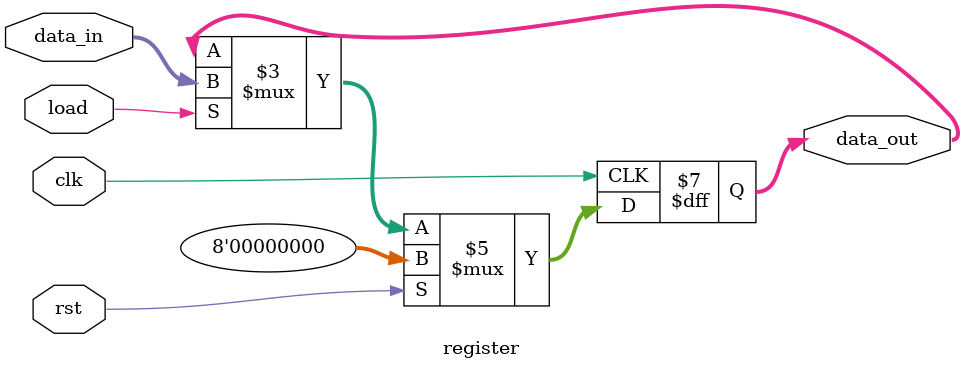
<source format=v>
module register 
#(
  parameter WIDTH = 8
) (
  input wire      clk, rst, load,
  input wire [WIDTH-1:0] data_in,
  output reg [WIDTH-1:0] data_out 
);

  always @(posedge clk)
  begin
    if (~rst)
      data_out <= load ? data_in : data_out;
    else
      data_out <= 0;
  end
  
endmodule
</source>
